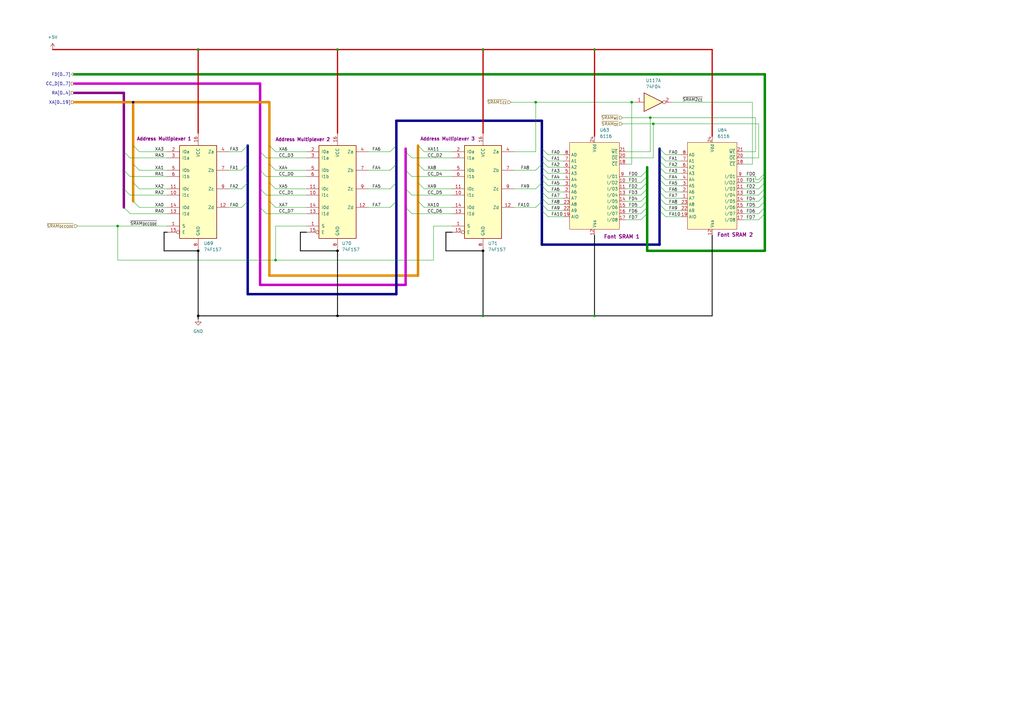
<source format=kicad_sch>
(kicad_sch (version 20250114) (generator "eeschema") (generator_version "9.0")
  (paper "A3")
  (lib_symbols
    (symbol "6116_1"
      (property "Reference" "U" (at 0 0 90))
      (property "Value" "HM6116P-3" (at 0 0 0))
      (symbol "6116_1_0_1"
        (rectangle (start -10.16 17.78) (end 10.16 -17.78) (fill (type background)))
      )
      (symbol "6116_1_1_1"
        (pin input line (at -12.7 12.7 0) (length 2.54) (name "A0") (number "8"))
        (pin input line (at -12.7 10.16 0) (length 2.54) (name "A1") (number "7"))
        (pin input line (at -12.7 7.62 0) (length 2.54) (name "A2") (number "6"))
        (pin input line (at -12.7 5.08 0) (length 2.54) (name "A3") (number "5"))
        (pin input line (at -12.7 2.54 0) (length 2.54) (name "A4") (number "4"))
        (pin input line (at -12.7 0 0) (length 2.54) (name "A5") (number "3"))
        (pin input line (at -12.7 -2.54 0) (length 2.54) (name "A6") (number "2"))
        (pin input line (at -12.7 -5.08 0) (length 2.54) (name "A7") (number "1"))
        (pin input line (at -12.7 -7.62 0) (length 2.54) (name "A8") (number "23"))
        (pin input line (at -12.7 -10.16 0) (length 2.54) (name "A9") (number "22"))
        (pin input line (at -12.7 -12.7 0) (length 2.54) (name "AIO") (number "19"))
        (pin power_in line (at 0 20.32 270) (length 2.54) (name "Vdd") (number "24"))
        (pin power_in line (at 0 -20.32 90) (length 2.54) (name "Vss") (number "12"))
        (pin input line (at 12.7 13.97 180) (length 2.54) (name "~{WE}") (number "21"))
        (pin input line (at 12.7 11.43 180) (length 2.54) (name "~{OE}") (number "20"))
        (pin input line (at 12.7 8.89 180) (length 2.54) (name "~{CE}") (number "18"))
        (pin bidirectional line (at 12.7 3.81 180) (length 2.54) (name "I/01") (number "9"))
        (pin bidirectional line (at 12.7 1.27 180) (length 2.54) (name "I/O2") (number "10"))
        (pin bidirectional line (at 12.7 -1.27 180) (length 2.54) (name "I/03") (number "11"))
        (pin bidirectional line (at 12.7 -3.81 180) (length 2.54) (name "I/04") (number "13"))
        (pin bidirectional line (at 12.7 -6.35 180) (length 2.54) (name "I/05") (number "14"))
        (pin bidirectional line (at 12.7 -8.89 180) (length 2.54) (name "I/06") (number "15"))
        (pin bidirectional line (at 12.7 -11.43 180) (length 2.54) (name "I/07") (number "16"))
        (pin bidirectional line (at 12.7 -13.97 180) (length 2.54) (name "I/08") (number "17"))
      )
    )
    (symbol "74xx:74LS04"
      (property "Reference" "U" (at 0 1.27 0))
      (property "Value" "74LS04" (at 0 -1.27 0))
      (symbol "74LS04_1_0"
        (polyline (pts (xy -3.81 3.81) (xy -3.81 -3.81) (xy 3.81 0) (xy -3.81 3.81)) (stroke (width 0.254)) (fill (type background)))
        (pin input line (at -7.62 0 0) (length 3.81) (name "~") (number "1"))
        (pin output inverted (at 7.62 0 180) (length 3.81) (name "~") (number "2"))
      )
      (symbol "74LS04_2_0"
        (polyline (pts (xy -3.81 3.81) (xy -3.81 -3.81) (xy 3.81 0) (xy -3.81 3.81)) (stroke (width 0.254)) (fill (type background)))
        (pin input line (at -7.62 0 0) (length 3.81) (name "~") (number "3"))
        (pin output inverted (at 7.62 0 180) (length 3.81) (name "~") (number "4"))
      )
      (symbol "74LS04_3_0"
        (polyline (pts (xy -3.81 3.81) (xy -3.81 -3.81) (xy 3.81 0) (xy -3.81 3.81)) (stroke (width 0.254)) (fill (type background)))
        (pin input line (at -7.62 0 0) (length 3.81) (name "~") (number "5"))
        (pin output inverted (at 7.62 0 180) (length 3.81) (name "~") (number "6"))
      )
      (symbol "74LS04_4_0"
        (polyline (pts (xy -3.81 3.81) (xy -3.81 -3.81) (xy 3.81 0) (xy -3.81 3.81)) (stroke (width 0.254)) (fill (type background)))
        (pin input line (at -7.62 0 0) (length 3.81) (name "~") (number "9"))
        (pin output inverted (at 7.62 0 180) (length 3.81) (name "~") (number "8"))
      )
      (symbol "74LS04_5_0"
        (polyline (pts (xy -3.81 3.81) (xy -3.81 -3.81) (xy 3.81 0) (xy -3.81 3.81)) (stroke (width 0.254)) (fill (type background)))
        (pin input line (at -7.62 0 0) (length 3.81) (name "~") (number "11"))
        (pin output inverted (at 7.62 0 180) (length 3.81) (name "~") (number "10"))
      )
      (symbol "74LS04_6_0"
        (polyline (pts (xy -3.81 3.81) (xy -3.81 -3.81) (xy 3.81 0) (xy -3.81 3.81)) (stroke (width 0.254)) (fill (type background)))
        (pin input line (at -7.62 0 0) (length 3.81) (name "~") (number "13"))
        (pin output inverted (at 7.62 0 180) (length 3.81) (name "~") (number "12"))
      )
      (symbol "74LS04_7_0"
        (pin power_in line (at 0 12.7 270) (length 5.08) (name "VCC") (number "14"))
        (pin power_in line (at 0 -12.7 90) (length 5.08) (name "GND") (number "7"))
      )
      (symbol "74LS04_7_1"
        (rectangle (start -5.08 7.62) (end 5.08 -7.62) (stroke (width 0.254)) (fill (type background)))
      )
    )
    (symbol "74xx:74LS157" (pin_names (offset 1.016))
      (property "Reference" "U" (at -7.62 19.05 0))
      (property "Value" "74LS157" (at -7.62 -21.59 0))
      (symbol "74LS157_1_0"
        (pin input line (at -12.7 15.24 0) (length 5.08) (name "I0a") (number "2"))
        (pin input line (at -12.7 12.7 0) (length 5.08) (name "I1a") (number "3"))
        (pin input line (at -12.7 7.62 0) (length 5.08) (name "I0b") (number "5"))
        (pin input line (at -12.7 5.08 0) (length 5.08) (name "I1b") (number "6"))
        (pin input line (at -12.7 0 0) (length 5.08) (name "I0c") (number "11"))
        (pin input line (at -12.7 -2.54 0) (length 5.08) (name "I1c") (number "10"))
        (pin input line (at -12.7 -7.62 0) (length 5.08) (name "I0d") (number "14"))
        (pin input line (at -12.7 -10.16 0) (length 5.08) (name "I1d") (number "13"))
        (pin input line (at -12.7 -15.24 0) (length 5.08) (name "S") (number "1"))
        (pin input inverted (at -12.7 -17.78 0) (length 5.08) (name "E") (number "15"))
        (pin power_in line (at 0 22.86 270) (length 5.08) (name "VCC") (number "16"))
        (pin power_in line (at 0 -25.4 90) (length 5.08) (name "GND") (number "8"))
        (pin output line (at 12.7 15.24 180) (length 5.08) (name "Za") (number "4"))
        (pin output line (at 12.7 7.62 180) (length 5.08) (name "Zb") (number "7"))
        (pin output line (at 12.7 0 180) (length 5.08) (name "Zc") (number "9"))
        (pin output line (at 12.7 -7.62 180) (length 5.08) (name "Zd") (number "12"))
      )
      (symbol "74LS157_1_1"
        (rectangle (start -7.62 17.78) (end 7.62 -20.32) (stroke (width 0.254)) (fill (type background)))
      )
    )
    (symbol "power:+5V" (power) (pin_numbers (hide yes)) (pin_names (offset 0) (hide yes))
      (property "Value" "+5V" (at 0 3.556 0))
      (symbol "+5V_0_1"
        (polyline (pts (xy -0.762 1.27) (xy 0 2.54)))
        (polyline (pts (xy 0 2.54) (xy 0.762 1.27)))
        (polyline (pts (xy 0 0) (xy 0 2.54)))
      )
      (symbol "+5V_1_1"
        (pin power_in line (at 0 0 90) (length 0) (name "~") (number "1"))
      )
    )
    (symbol "power:GND" (power) (pin_numbers (hide yes)) (pin_names (offset 0) (hide yes))
      (property "Value" "GND" (at 0 -3.81 0))
      (symbol "GND_0_1"
        (polyline (pts (xy 0 0) (xy 0 -1.27) (xy 1.27 -1.27) (xy 0 -2.54) (xy -1.27 -1.27) (xy 0 -1.27)))
      )
      (symbol "GND_1_1"
        (pin power_in line (at 0 0 270) (length 0) (name "~") (number "1"))
      )
    )
    (symbol "seequa:6116"
      (property "Reference" "U" (at 0 0 90))
      (property "Value" "HM6116P-3" (at 0 0 0))
      (symbol "6116_0_1"
        (rectangle (start -10.16 17.78) (end 10.16 -17.78) (fill (type background)))
      )
      (symbol "6116_1_1"
        (pin input line (at -12.7 12.7 0) (length 2.54) (name "A0") (number "8"))
        (pin input line (at -12.7 10.16 0) (length 2.54) (name "A1") (number "7"))
        (pin input line (at -12.7 7.62 0) (length 2.54) (name "A2") (number "6"))
        (pin input line (at -12.7 5.08 0) (length 2.54) (name "A3") (number "5"))
        (pin input line (at -12.7 2.54 0) (length 2.54) (name "A4") (number "4"))
        (pin input line (at -12.7 0 0) (length 2.54) (name "A5") (number "3"))
        (pin input line (at -12.7 -2.54 0) (length 2.54) (name "A6") (number "2"))
        (pin input line (at -12.7 -5.08 0) (length 2.54) (name "A7") (number "1"))
        (pin input line (at -12.7 -7.62 0) (length 2.54) (name "A8") (number "23"))
        (pin input line (at -12.7 -10.16 0) (length 2.54) (name "A9") (number "22"))
        (pin input line (at -12.7 -12.7 0) (length 2.54) (name "AIO") (number "19"))
        (pin power_in line (at 0 20.32 270) (length 2.54) (name "Vdd") (number "24"))
        (pin power_in line (at 0 -20.32 90) (length 2.54) (name "Vss") (number "12"))
        (pin input line (at 12.7 13.97 180) (length 2.54) (name "~{WE}") (number "21"))
        (pin input line (at 12.7 11.43 180) (length 2.54) (name "~{OE}") (number "20"))
        (pin input line (at 12.7 8.89 180) (length 2.54) (name "~{CE}") (number "18"))
        (pin bidirectional line (at 12.7 3.81 180) (length 2.54) (name "I/01") (number "9"))
        (pin bidirectional line (at 12.7 1.27 180) (length 2.54) (name "I/O2") (number "10"))
        (pin bidirectional line (at 12.7 -1.27 180) (length 2.54) (name "I/03") (number "11"))
        (pin bidirectional line (at 12.7 -3.81 180) (length 2.54) (name "I/04") (number "13"))
        (pin bidirectional line (at 12.7 -6.35 180) (length 2.54) (name "I/05") (number "14"))
        (pin bidirectional line (at 12.7 -8.89 180) (length 2.54) (name "I/06") (number "15"))
        (pin bidirectional line (at 12.7 -11.43 180) (length 2.54) (name "I/07") (number "16"))
        (pin bidirectional line (at 12.7 -13.97 180) (length 2.54) (name "I/08") (number "17"))
      )
    )
  )
  (junction (at 259.08 41.91))
  (junction (at 198.12 102.87) (color 0 0 0 1))
  (junction (at 81.28 129.54) (color 0 0 0 1))
  (junction (at 138.43 102.87) (color 0 0 0 1))
  (junction (at 81.28 20.32))
  (junction (at 198.12 129.54))
  (junction (at 267.97 50.8))
  (junction (at 138.43 129.54) (color 0 0 0 1))
  (junction (at 219.71 41.91))
  (junction (at 266.7 48.26))
  (junction (at 54.61 41.91))
  (junction (at 198.12 20.32))
  (junction (at 113.03 106.68))
  (junction (at 81.28 102.87) (color 0 0 0 1))
  (junction (at 48.26 92.71))
  (junction (at 243.84 20.32))
  (junction (at 138.43 20.32))
  (junction (at 243.84 129.54))
  (bus_entry (at 265.43 69.85) (size -2.54 2.54))
  (bus_entry (at 160.02 77.47) (size 2.54 -2.54))
  (bus_entry (at 110.49 74.93) (size 2.54 2.54))
  (bus_entry (at 54.61 74.93) (size 2.54 2.54))
  (bus_entry (at 160.02 62.23) (size 2.54 -2.54))
  (bus_entry (at 222.25 68.58) (size 2.54 2.54))
  (bus_entry (at 171.45 59.69) (size 2.54 2.54))
  (bus_entry (at 106.68 62.23) (size 2.54 2.54))
  (bus_entry (at 110.49 67.31) (size 2.54 2.54))
  (bus_entry (at 171.45 74.93) (size 2.54 2.54))
  (bus_entry (at 270.51 66.04) (size 2.54 2.54))
  (bus_entry (at 265.43 80.01) (size -2.54 2.54))
  (bus_entry (at 270.51 60.96) (size 2.54 2.54))
  (bus_entry (at 265.43 87.63) (size -2.54 2.54))
  (bus_entry (at 106.68 69.85) (size 2.54 2.54))
  (bus_entry (at 171.45 82.55) (size 2.54 2.54))
  (bus_entry (at 265.43 85.09) (size -2.54 2.54))
  (bus_entry (at 50.8 77.47) (size 2.54 2.54))
  (bus_entry (at 166.37 69.85) (size 2.54 2.54))
  (bus_entry (at 313.69 71.12) (size -2.54 2.54))
  (bus_entry (at 270.51 86.36) (size 2.54 2.54))
  (bus_entry (at 265.43 72.39) (size -2.54 2.54))
  (bus_entry (at 54.61 59.69) (size 2.54 2.54))
  (bus_entry (at 219.71 69.85) (size 2.54 -2.54))
  (bus_entry (at 265.43 82.55) (size -2.54 2.54))
  (bus_entry (at 101.6 74.93) (size -2.54 2.54))
  (bus_entry (at 313.69 85.09) (size -2.54 2.54))
  (bus_entry (at 270.51 73.66) (size 2.54 2.54))
  (bus_entry (at 313.69 72.39) (size -2.54 2.54))
  (bus_entry (at 313.69 77.47) (size -2.54 2.54))
  (bus_entry (at 270.51 71.12) (size 2.54 2.54))
  (bus_entry (at 222.25 66.04) (size 2.54 2.54))
  (bus_entry (at 166.37 77.47) (size 2.54 2.54))
  (bus_entry (at 270.51 81.28) (size 2.54 2.54))
  (bus_entry (at 50.8 69.85) (size 2.54 2.54))
  (bus_entry (at 313.69 74.93) (size -2.54 2.54))
  (bus_entry (at 222.25 73.66) (size 2.54 2.54))
  (bus_entry (at 222.25 86.36) (size 2.54 2.54))
  (bus_entry (at 313.69 80.01) (size -2.54 2.54))
  (bus_entry (at 270.51 76.2) (size 2.54 2.54))
  (bus_entry (at 222.25 76.2) (size 2.54 2.54))
  (bus_entry (at 101.6 82.55) (size -2.54 2.54))
  (bus_entry (at 222.25 81.28) (size 2.54 2.54))
  (bus_entry (at 219.71 77.47) (size 2.54 -2.54))
  (bus_entry (at 270.51 68.58) (size 2.54 2.54))
  (bus_entry (at 222.25 71.12) (size 2.54 2.54))
  (bus_entry (at 106.68 85.09) (size 2.54 2.54))
  (bus_entry (at 313.69 87.63) (size -2.54 2.54))
  (bus_entry (at 166.37 62.23) (size 2.54 2.54))
  (bus_entry (at 160.02 85.09) (size 2.54 -2.54))
  (bus_entry (at 50.8 85.09) (size 2.54 2.54))
  (bus_entry (at 171.45 67.31) (size 2.54 2.54))
  (bus_entry (at 54.61 82.55) (size 2.54 2.54))
  (bus_entry (at 219.71 85.09) (size 2.54 -2.54))
  (bus_entry (at 160.02 69.85) (size 2.54 -2.54))
  (bus_entry (at 265.43 77.47) (size -2.54 2.54))
  (bus_entry (at 265.43 74.93) (size -2.54 2.54))
  (bus_entry (at 270.51 63.5) (size 2.54 2.54))
  (bus_entry (at 54.61 67.31) (size 2.54 2.54))
  (bus_entry (at 313.69 82.55) (size -2.54 2.54))
  (bus_entry (at 222.25 60.96) (size 2.54 2.54))
  (bus_entry (at 110.49 82.55) (size 2.54 2.54))
  (bus_entry (at 50.8 62.23) (size 2.54 2.54))
  (bus_entry (at 101.6 59.69) (size -2.54 2.54))
  (bus_entry (at 270.51 83.82) (size 2.54 2.54))
  (bus_entry (at 166.37 85.09) (size 2.54 2.54))
  (bus_entry (at 222.25 83.82) (size 2.54 2.54))
  (bus_entry (at 222.25 78.74) (size 2.54 2.54))
  (bus_entry (at 110.49 59.69) (size 2.54 2.54))
  (bus_entry (at 106.68 77.47) (size 2.54 2.54))
  (bus_entry (at 270.51 78.74) (size 2.54 2.54))
  (bus_entry (at 101.6 67.31) (size -2.54 2.54))
  (bus_entry (at 222.25 63.5) (size 2.54 2.54))
  (bus (pts (xy 265.43 82.55) (xy 265.43 80.01)) (stroke (width 1) (color 0 132 0 1)))
  (bus (pts (xy 222.25 71.12) (xy 222.25 73.66)) (stroke (width 1)))
  (wire (pts (xy 198.12 20.32) (xy 198.12 54.61)) (stroke (width 0.5) (color 194 0 0 1)))
  (wire (pts (xy 151.13 62.23) (xy 160.02 62.23)))
  (wire (pts (xy 219.71 41.91) (xy 219.71 62.23)))
  (bus (pts (xy 222.25 100.33) (xy 270.51 100.33)) (stroke (width 1)))
  (bus (pts (xy 54.61 59.69) (xy 54.61 67.31)) (stroke (width 1) (color 221 133 0 1)))
  (wire (pts (xy 173.99 85.09) (xy 185.42 85.09)))
  (wire (pts (xy 198.12 20.32) (xy 243.84 20.32)) (stroke (width 0.5) (color 194 0 0 1)))
  (wire (pts (xy 308.61 41.91) (xy 308.61 67.31)))
  (wire (pts (xy 224.79 68.58) (xy 231.14 68.58)))
  (wire (pts (xy 53.34 64.77) (xy 68.58 64.77)))
  (wire (pts (xy 168.91 64.77) (xy 185.42 64.77)))
  (bus (pts (xy 313.69 82.55) (xy 313.69 80.01)) (stroke (width 1) (color 0 132 0 1)))
  (bus (pts (xy 54.61 41.91) (xy 110.49 41.91)) (stroke (width 1) (color 221 133 0 1)))
  (wire (pts (xy 273.05 68.58) (xy 279.4 68.58)))
  (wire (pts (xy 81.28 129.54) (xy 81.28 130.81)) (stroke (width 0.35) (color 0 0 0 1)))
  (bus (pts (xy 313.69 77.47) (xy 313.69 74.93)) (stroke (width 1) (color 0 132 0 1)))
  (wire (pts (xy 224.79 71.12) (xy 231.14 71.12)))
  (bus (pts (xy 270.51 86.36) (xy 270.51 100.33)) (stroke (width 1)))
  (wire (pts (xy 267.97 64.77) (xy 267.97 50.8)))
  (wire (pts (xy 224.79 78.74) (xy 231.14 78.74)))
  (wire (pts (xy 93.98 62.23) (xy 99.06 62.23)))
  (wire (pts (xy 224.79 83.82) (xy 231.14 83.82)))
  (wire (pts (xy 259.08 41.91) (xy 259.08 67.31)))
  (bus (pts (xy 270.51 83.82) (xy 270.51 86.36)) (stroke (width 1)))
  (bus (pts (xy 171.45 113.03) (xy 171.45 82.55)) (stroke (width 1) (color 221 133 0 1)))
  (wire (pts (xy 113.03 85.09) (xy 125.73 85.09)))
  (wire (pts (xy 173.99 62.23) (xy 185.42 62.23)))
  (wire (pts (xy 93.98 85.09) (xy 99.06 85.09)))
  (bus (pts (xy 222.25 81.28) (xy 222.25 82.55)) (stroke (width 1)))
  (bus (pts (xy 222.25 60.96) (xy 222.25 63.5)) (stroke (width 1)))
  (bus (pts (xy 166.37 85.09) (xy 166.37 116.84)) (stroke (width 1) (color 194 0 194 1)))
  (wire (pts (xy 256.54 67.31) (xy 259.08 67.31)))
  (wire (pts (xy 125.73 95.25) (xy 123.19 95.25)) (stroke (width 0.35) (color 0 0 0 1)))
  (bus (pts (xy 171.45 82.55) (xy 171.45 74.93)) (stroke (width 1) (color 221 133 0 1)))
  (bus (pts (xy 101.6 67.31) (xy 101.6 74.93)) (stroke (width 1)))
  (wire (pts (xy 304.8 90.17) (xy 311.15 90.17)))
  (wire (pts (xy 309.88 73.66) (xy 309.88 72.39)))
  (wire (pts (xy 224.79 88.9) (xy 231.14 88.9)))
  (wire (pts (xy 224.79 81.28) (xy 231.14 81.28)))
  (wire (pts (xy 273.05 63.5) (xy 279.4 63.5)))
  (wire (pts (xy 273.05 86.36) (xy 279.4 86.36)))
  (wire (pts (xy 168.91 72.39) (xy 185.42 72.39)))
  (wire (pts (xy 256.54 62.23) (xy 266.7 62.23)))
  (wire (pts (xy 273.05 81.28) (xy 279.4 81.28)))
  (bus (pts (xy 110.49 67.31) (xy 110.49 74.93)) (stroke (width 1) (color 221 133 0 1)))
  (bus (pts (xy 101.6 74.93) (xy 101.6 82.55)) (stroke (width 1)))
  (wire (pts (xy 255.27 50.8) (xy 267.97 50.8)))
  (wire (pts (xy 304.8 80.01) (xy 311.15 80.01)))
  (wire (pts (xy 113.03 92.71) (xy 125.73 92.71)))
  (bus (pts (xy 313.69 87.63) (xy 313.69 85.09)) (stroke (width 1) (color 0 132 0 1)))
  (wire (pts (xy 273.05 73.66) (xy 279.4 73.66)))
  (wire (pts (xy 309.88 48.26) (xy 309.88 62.23)))
  (wire (pts (xy 256.54 85.09) (xy 262.89 85.09)))
  (bus (pts (xy 265.43 80.01) (xy 265.43 77.47)) (stroke (width 1) (color 0 132 0 1)))
  (wire (pts (xy 266.7 62.23) (xy 266.7 48.26)))
  (wire (pts (xy 177.8 92.71) (xy 185.42 92.71)))
  (wire (pts (xy 256.54 72.39) (xy 262.89 72.39)))
  (bus (pts (xy 166.37 60.96) (xy 166.37 62.23)) (stroke (width 1) (color 194 0 194 1)))
  (wire (pts (xy 53.34 87.63) (xy 68.58 87.63)))
  (wire (pts (xy 243.84 129.54) (xy 292.1 129.54)) (stroke (width 0.35) (color 0 0 0 1)))
  (wire (pts (xy 123.19 95.25) (xy 123.19 102.87)) (stroke (width 0.35) (color 0 0 0 1)))
  (wire (pts (xy 151.13 69.85) (xy 160.02 69.85)))
  (wire (pts (xy 168.91 87.63) (xy 185.42 87.63)))
  (wire (pts (xy 273.05 66.04) (xy 279.4 66.04)))
  (wire (pts (xy 113.03 106.68) (xy 113.03 92.71)))
  (wire (pts (xy 81.28 102.87) (xy 81.28 129.54)) (stroke (width 0.35) (color 0 0 0 1)))
  (bus (pts (xy 270.51 63.5) (xy 270.51 66.04)) (stroke (width 1)))
  (wire (pts (xy 255.27 48.26) (xy 266.7 48.26)))
  (wire (pts (xy 224.79 86.36) (xy 231.14 86.36)))
  (wire (pts (xy 57.15 69.85) (xy 68.58 69.85)))
  (wire (pts (xy 304.8 87.63) (xy 311.15 87.63)))
  (wire (pts (xy 309.88 72.39) (xy 304.8 72.39)))
  (bus (pts (xy 270.51 73.66) (xy 270.51 76.2)) (stroke (width 1)))
  (bus (pts (xy 101.6 74.93) (xy 101.6 82.55)))
  (wire (pts (xy 81.28 129.54) (xy 138.43 129.54)) (stroke (width 0.35) (color 0 0 0 1)))
  (bus (pts (xy 265.43 102.87) (xy 313.69 102.87)) (stroke (width 1) (color 0 132 0 1)))
  (wire (pts (xy 243.84 20.32) (xy 243.84 55.88)) (stroke (width 0.5) (color 194 0 0 1)))
  (bus (pts (xy 265.43 87.63) (xy 265.43 102.87)) (stroke (width 1) (color 0 132 0 1)))
  (bus (pts (xy 106.68 85.09) (xy 106.68 116.84)) (stroke (width 1) (color 194 0 194 1)))
  (bus (pts (xy 162.56 49.53) (xy 222.25 49.53)) (stroke (width 1)))
  (bus (pts (xy 265.43 85.09) (xy 265.43 82.55)) (stroke (width 1) (color 0 132 0 1)))
  (wire (pts (xy 256.54 77.47) (xy 262.89 77.47)))
  (wire (pts (xy 273.05 88.9) (xy 279.4 88.9)))
  (bus (pts (xy 101.6 82.55) (xy 101.6 120.65)) (stroke (width 1)))
  (wire (pts (xy 53.34 72.39) (xy 68.58 72.39)))
  (wire (pts (xy 67.31 95.25) (xy 67.31 102.87)) (stroke (width 0.35) (color 0 0 0 1)))
  (wire (pts (xy 109.22 80.01) (xy 125.73 80.01)))
  (bus (pts (xy 270.51 68.58) (xy 270.51 71.12)) (stroke (width 1)))
  (wire (pts (xy 256.54 64.77) (xy 267.97 64.77)))
  (wire (pts (xy 304.8 82.55) (xy 311.15 82.55)))
  (bus (pts (xy 162.56 120.65) (xy 162.56 82.55)) (stroke (width 1)))
  (bus (pts (xy 101.6 67.31) (xy 101.6 74.93)))
  (wire (pts (xy 138.43 20.32) (xy 198.12 20.32)) (stroke (width 0.5) (color 194 0 0 1)))
  (wire (pts (xy 256.54 90.17) (xy 262.89 90.17)))
  (wire (pts (xy 151.13 77.47) (xy 160.02 77.47)))
  (wire (pts (xy 138.43 20.32) (xy 138.43 54.61)) (stroke (width 0.5) (color 194 0 0 1)))
  (wire (pts (xy 256.54 80.01) (xy 262.89 80.01)))
  (wire (pts (xy 256.54 74.93) (xy 262.89 74.93)))
  (wire (pts (xy 198.12 102.87) (xy 198.12 129.54)) (stroke (width 0.35) (color 0 0 0 1)))
  (bus (pts (xy 166.37 69.85) (xy 166.37 77.47)) (stroke (width 1) (color 194 0 194 1)))
  (bus (pts (xy 162.56 74.93) (xy 162.56 67.31)) (stroke (width 1)))
  (wire (pts (xy 48.26 92.71) (xy 48.26 106.68)))
  (bus (pts (xy 222.25 66.04) (xy 222.25 67.31)) (stroke (width 1)))
  (wire (pts (xy 273.05 78.74) (xy 279.4 78.74)))
  (wire (pts (xy 113.03 62.23) (xy 125.73 62.23)))
  (wire (pts (xy 182.88 95.25) (xy 182.88 102.87)) (stroke (width 0.35) (color 0 0 0 1)))
  (bus (pts (xy 313.69 72.39) (xy 313.69 71.12)) (stroke (width 1) (color 0 132 0 1)))
  (wire (pts (xy 273.05 71.12) (xy 279.4 71.12)))
  (wire (pts (xy 182.88 102.87) (xy 198.12 102.87)) (stroke (width 0.35) (color 0 0 0 1)))
  (bus (pts (xy 270.51 60.96) (xy 270.51 63.5)) (stroke (width 1)))
  (bus (pts (xy 222.25 73.66) (xy 222.25 74.93)) (stroke (width 1)))
  (bus (pts (xy 265.43 87.63) (xy 265.43 85.09)) (stroke (width 1) (color 0 132 0 1)))
  (wire (pts (xy 57.15 85.09) (xy 68.58 85.09)))
  (wire (pts (xy 224.79 76.2) (xy 231.14 76.2)))
  (bus (pts (xy 162.56 67.31) (xy 162.56 59.69)) (stroke (width 1)))
  (wire (pts (xy 210.82 77.47) (xy 219.71 77.47)))
  (wire (pts (xy 224.79 63.5) (xy 231.14 63.5)))
  (wire (pts (xy 210.82 69.85) (xy 219.71 69.85)))
  (bus (pts (xy 265.43 69.85) (xy 265.43 68.58)) (stroke (width 1) (color 0 132 0 1)))
  (bus (pts (xy 110.49 74.93) (xy 110.49 82.55)) (stroke (width 1) (color 221 133 0 1)))
  (bus (pts (xy 265.43 74.93) (xy 265.43 72.39)) (stroke (width 1) (color 0 132 0 1)))
  (wire (pts (xy 173.99 77.47) (xy 185.42 77.47)))
  (bus (pts (xy 106.68 62.23) (xy 106.68 69.85)) (stroke (width 1) (color 194 0 194 1)))
  (bus (pts (xy 313.69 82.55) (xy 313.69 85.09)) (stroke (width 1) (color 0 132 0 1)))
  (wire (pts (xy 138.43 102.87) (xy 138.43 129.54)) (stroke (width 0.35) (color 0 0 0 1)))
  (wire (pts (xy 21.59 20.32) (xy 81.28 20.32)) (stroke (width 0.5) (color 194 0 0 1)))
  (wire (pts (xy 109.22 87.63) (xy 125.73 87.63)))
  (bus (pts (xy 222.25 68.58) (xy 222.25 71.12)) (stroke (width 1)))
  (bus (pts (xy 162.56 82.55) (xy 162.56 74.93)) (stroke (width 1)))
  (bus (pts (xy 106.68 77.47) (xy 106.68 85.09)) (stroke (width 1) (color 194 0 194 1)))
  (wire (pts (xy 138.43 129.54) (xy 198.12 129.54)) (stroke (width 0.35) (color 0 0 0 1)))
  (bus (pts (xy 101.6 59.69) (xy 101.6 67.31)) (stroke (width 1)))
  (bus (pts (xy 270.51 71.12) (xy 270.51 73.66)) (stroke (width 1)))
  (wire (pts (xy 273.05 83.82) (xy 279.4 83.82)))
  (bus (pts (xy 50.8 77.47) (xy 50.8 85.09)) (stroke (width 1) (color 132 0 132 1)))
  (bus (pts (xy 171.45 59.69) (xy 171.45 67.31)) (stroke (width 1) (color 221 133 0 1)))
  (wire (pts (xy 224.79 73.66) (xy 231.14 73.66)))
  (bus (pts (xy 106.68 116.84) (xy 166.37 116.84)) (stroke (width 1) (color 194 0 194 1)))
  (bus (pts (xy 222.25 86.36) (xy 222.25 100.33)) (stroke (width 1)))
  (bus (pts (xy 106.68 69.85) (xy 106.68 77.47)) (stroke (width 1) (color 194 0 194 1)))
  (wire (pts (xy 210.82 85.09) (xy 219.71 85.09)))
  (wire (pts (xy 48.26 92.71) (xy 68.58 92.71)))
  (wire (pts (xy 210.82 62.23) (xy 219.71 62.23)))
  (bus (pts (xy 313.69 74.93) (xy 313.69 72.39)) (stroke (width 1) (color 0 132 0 1)))
  (bus (pts (xy 222.25 67.31) (xy 222.25 68.58)) (stroke (width 1)))
  (wire (pts (xy 53.34 80.01) (xy 68.58 80.01)))
  (bus (pts (xy 110.49 113.03) (xy 171.45 113.03)) (stroke (width 1) (color 221 133 0 1)))
  (bus (pts (xy 50.8 69.85) (xy 50.8 77.47)) (stroke (width 1) (color 132 0 132 1)))
  (wire (pts (xy 185.42 95.25) (xy 182.88 95.25)) (stroke (width 0.35) (color 0 0 0 1)))
  (bus (pts (xy 222.25 83.82) (xy 222.25 86.36)) (stroke (width 1)))
  (wire (pts (xy 311.15 64.77) (xy 304.8 64.77)))
  (wire (pts (xy 81.28 20.32) (xy 81.28 54.61)) (stroke (width 0.5) (color 194 0 0 1)))
  (wire (pts (xy 259.08 41.91) (xy 260.35 41.91)))
  (wire (pts (xy 93.98 69.85) (xy 99.06 69.85)))
  (bus (pts (xy 265.43 77.47) (xy 265.43 74.93)) (stroke (width 1) (color 0 132 0 1)))
  (bus (pts (xy 110.49 59.69) (xy 110.49 67.31)) (stroke (width 1) (color 221 133 0 1)))
  (wire (pts (xy 266.7 48.26) (xy 309.88 48.26)))
  (wire (pts (xy 113.03 69.85) (xy 125.73 69.85)))
  (wire (pts (xy 292.1 20.32) (xy 292.1 55.88)) (stroke (width 0.5) (color 194 0 0 1)))
  (bus (pts (xy 270.51 78.74) (xy 270.51 81.28)) (stroke (width 1)))
  (bus (pts (xy 54.61 74.93) (xy 54.61 82.55)) (stroke (width 1) (color 221 133 0 1)))
  (wire (pts (xy 198.12 129.54) (xy 243.84 129.54)) (stroke (width 0.35) (color 0 0 0 1)))
  (bus (pts (xy 30.48 34.29) (xy 106.68 34.29)) (stroke (width 1) (color 194 0 194 1)))
  (wire (pts (xy 109.22 64.77) (xy 125.73 64.77)))
  (wire (pts (xy 123.19 102.87) (xy 138.43 102.87)) (stroke (width 0.35) (color 0 0 0 1)))
  (bus (pts (xy 30.48 30.48) (xy 313.69 30.48)) (stroke (width 1) (color 0 132 0 1)))
  (wire (pts (xy 219.71 41.91) (xy 259.08 41.91)))
  (bus (pts (xy 106.68 34.29) (xy 106.68 62.23)) (stroke (width 1) (color 194 0 194 1)))
  (bus (pts (xy 222.25 74.93) (xy 222.25 76.2)) (stroke (width 1)))
  (wire (pts (xy 57.15 77.47) (xy 68.58 77.47)))
  (wire (pts (xy 113.03 106.68) (xy 177.8 106.68)))
  (wire (pts (xy 309.88 73.66) (xy 311.15 73.66)))
  (bus (pts (xy 162.56 59.69) (xy 162.56 49.53)) (stroke (width 1)))
  (wire (pts (xy 267.97 50.8) (xy 311.15 50.8)))
  (wire (pts (xy 93.98 77.47) (xy 99.06 77.47)))
  (wire (pts (xy 243.84 20.32) (xy 292.1 20.32)) (stroke (width 0.5) (color 194 0 0 1)))
  (bus (pts (xy 313.69 80.01) (xy 313.69 77.47)) (stroke (width 1) (color 0 132 0 1)))
  (wire (pts (xy 81.28 20.32) (xy 138.43 20.32)) (stroke (width 0.5) (color 194 0 0 1)))
  (bus (pts (xy 222.25 49.53) (xy 222.25 60.96)) (stroke (width 1)))
  (wire (pts (xy 256.54 82.55) (xy 262.89 82.55)))
  (bus (pts (xy 110.49 41.91) (xy 110.49 59.69)) (stroke (width 1) (color 221 133 0 1)))
  (wire (pts (xy 67.31 102.87) (xy 81.28 102.87)) (stroke (width 0.35) (color 0 0 0 1)))
  (bus (pts (xy 30.48 41.91) (xy 54.61 41.91)) (stroke (width 1) (color 221 133 0 1)))
  (wire (pts (xy 304.8 77.47) (xy 311.15 77.47)))
  (wire (pts (xy 311.15 50.8) (xy 311.15 64.77)))
  (bus (pts (xy 313.69 102.87) (xy 313.69 87.63)) (stroke (width 1) (color 0 132 0 1)))
  (wire (pts (xy 168.91 80.01) (xy 185.42 80.01)))
  (bus (pts (xy 270.51 81.28) (xy 270.51 83.82)) (stroke (width 1)))
  (wire (pts (xy 308.61 67.31) (xy 304.8 67.31)))
  (bus (pts (xy 101.6 120.65) (xy 162.56 120.65)) (stroke (width 1)))
  (wire (pts (xy 309.88 62.23) (xy 304.8 62.23)))
  (bus (pts (xy 101.6 59.69) (xy 101.6 67.31)))
  (wire (pts (xy 113.03 77.47) (xy 125.73 77.47)))
  (wire (pts (xy 292.1 129.54) (xy 292.1 96.52)) (stroke (width 0.35) (color 0 0 0 1)))
  (bus (pts (xy 54.61 67.31) (xy 54.61 74.93)) (stroke (width 1) (color 221 133 0 1)))
  (bus (pts (xy 110.49 82.55) (xy 110.49 113.03)) (stroke (width 1) (color 221 133 0 1)))
  (wire (pts (xy 31.75 92.71) (xy 48.26 92.71)))
  (bus (pts (xy 166.37 77.47) (xy 166.37 85.09)) (stroke (width 1) (color 194 0 194 1)))
  (bus (pts (xy 222.25 82.55) (xy 222.25 83.82)) (stroke (width 1)))
  (bus (pts (xy 166.37 62.23) (xy 166.37 69.85)) (stroke (width 1) (color 194 0 194 1)))
  (bus (pts (xy 54.61 41.91) (xy 54.61 59.69)) (stroke (width 1) (color 221 133 0 1)))
  (bus (pts (xy 30.48 38.1) (xy 50.8 38.1)) (stroke (width 1) (color 132 0 132 1)))
  (wire (pts (xy 177.8 106.68) (xy 177.8 92.71)))
  (wire (pts (xy 173.99 69.85) (xy 185.42 69.85)))
  (wire (pts (xy 209.55 41.91) (xy 219.71 41.91)))
  (bus (pts (xy 222.25 76.2) (xy 222.25 78.74)) (stroke (width 1)))
  (wire (pts (xy 273.05 76.2) (xy 279.4 76.2)))
  (wire (pts (xy 304.8 85.09) (xy 311.15 85.09)))
  (bus (pts (xy 270.51 76.2) (xy 270.51 78.74)) (stroke (width 1)))
  (bus (pts (xy 270.51 66.04) (xy 270.51 68.58)) (stroke (width 1)))
  (wire (pts (xy 304.8 74.93) (xy 311.15 74.93)))
  (bus (pts (xy 265.43 72.39) (xy 265.43 69.85)) (stroke (width 1) (color 0 132 0 1)))
  (bus (pts (xy 222.25 78.74) (xy 222.25 81.28)) (stroke (width 1)))
  (bus (pts (xy 313.69 30.48) (xy 313.69 71.12)) (stroke (width 1) (color 0 132 0 1)))
  (bus (pts (xy 50.8 62.23) (xy 50.8 69.85)) (stroke (width 1) (color 132 0 132 1)))
  (wire (pts (xy 48.26 106.68) (xy 113.03 106.68)))
  (wire (pts (xy 256.54 87.63) (xy 262.89 87.63)))
  (wire (pts (xy 151.13 85.09) (xy 160.02 85.09)))
  (wire (pts (xy 109.22 72.39) (xy 125.73 72.39)))
  (wire (pts (xy 275.59 41.91) (xy 308.61 41.91)))
  (bus (pts (xy 50.8 38.1) (xy 50.8 62.23)) (stroke (width 1) (color 132 0 132 1)))
  (bus (pts (xy 222.25 63.5) (xy 222.25 66.04)) (stroke (width 1)))
  (bus (pts (xy 171.45 74.93) (xy 171.45 67.31)) (stroke (width 1) (color 221 133 0 1)))
  (wire (pts (xy 243.84 129.54) (xy 243.84 96.52)) (stroke (width 0.35) (color 0 0 0 1)))
  (wire (pts (xy 224.79 66.04) (xy 231.14 66.04)))
  (wire (pts (xy 57.15 62.23) (xy 68.58 62.23)))
  (wire (pts (xy 67.31 95.25) (xy 68.58 95.25)) (stroke (width 0.35) (color 0 0 0 1)))
  (label "CC_D5" (at 175.26 80.01 0))
  (label "CC_D0" (at 114.3 72.39 0))
  (label "FD6" (at 257.81 87.63 0))
  (label "~{SRAM2_{CE}}" (at 288.29 41.91 180))
  (label "CC_D1" (at 114.3 80.01 0))
  (label "FA10" (at 217.17 85.09 180))
  (label "XA9" (at 175.26 77.47 0))
  (label "XA5" (at 114.3 77.47 0))
  (label "FA2" (at 97.79 77.47 180))
  (label "FD7" (at 257.81 90.17 0))
  (label "RA2" (at 63.5 80.01 0))
  (label "RA1" (at 63.5 72.39 0))
  (label "RA0" (at 63.5 87.63 0))
  (label "CC_D7" (at 114.3 87.63 0))
  (label "XA3" (at 63.5 62.23 0))
  (label "XA2" (at 63.5 77.47 0))
  (label "CC_D6" (at 175.26 87.63 0))
  (label "FA9" (at 217.17 77.47 180))
  (label "XA4" (at 114.3 69.85 0))
  (label "FD4" (at 257.81 82.55 0))
  (label "FA9" (at 274.32 86.36 0))
  (label "FA10" (at 226.06 88.9 0))
  (label "FA6" (at 274.32 78.74 0))
  (label "FA8" (at 217.17 69.85 180))
  (label "FD0" (at 306.07 72.39 0))
  (label "~{SRAM_{DECODE}}" (at 53.34 92.71 0))
  (label "FA9" (at 226.06 86.36 0))
  (label "FA3" (at 274.32 71.12 0))
  (label "FD1" (at 306.07 74.93 0))
  (label "FD6" (at 306.07 87.63 0))
  (label "FA5" (at 274.32 76.2 0))
  (label "FA7" (at 226.06 81.28 0))
  (label "FA8" (at 226.06 83.82 0))
  (label "FA1" (at 226.06 66.04 0))
  (label "FA7" (at 274.32 81.28 0))
  (label "XA8" (at 175.26 69.85 0))
  (label "FD4" (at 306.07 82.55 0))
  (label "XA1" (at 63.5 69.85 0))
  (label "CC_D3" (at 114.3 64.77 0))
  (label "XA6" (at 114.3 62.23 0))
  (label "FD1" (at 257.81 74.93 0))
  (label "FA0" (at 226.06 63.5 0))
  (label "FA2" (at 226.06 68.58 0))
  (label "FA0" (at 274.32 63.5 0))
  (label "FD2" (at 257.81 77.47 0))
  (label "FA8" (at 274.32 83.82 0))
  (label "FA3" (at 97.79 62.23 180))
  (label "FA4" (at 274.32 73.66 0))
  (label "FA5" (at 156.21 77.47 180))
  (label "FA0" (at 97.79 85.09 180))
  (label "FA6" (at 156.21 62.23 180))
  (label "FD2" (at 306.07 77.47 0))
  (label "XA0" (at 63.5 85.09 0))
  (label "FA2" (at 274.32 68.58 0))
  (label "XA11" (at 175.26 62.23 0))
  (label "FA1" (at 97.79 69.85 180))
  (label "FA4" (at 226.06 73.66 0))
  (label "FD3" (at 257.81 80.01 0))
  (label "XA7" (at 114.3 85.09 0))
  (label "XA10" (at 175.26 85.09 0))
  (label "FA6" (at 226.06 78.74 0))
  (label "FA10" (at 274.32 88.9 0))
  (label "FD5" (at 306.07 85.09 0))
  (label "FD5" (at 257.81 85.09 0))
  (label "FA3" (at 226.06 71.12 0))
  (label "FD7" (at 306.07 90.17 0))
  (label "RA3" (at 67.31 64.77 180))
  (label "FA5" (at 226.06 76.2 0))
  (label "FA1" (at 274.32 66.04 0))
  (label "FD0" (at 257.81 72.39 0))
  (label "FA7" (at 156.21 85.09 180))
  (label "FD3" (at 306.07 80.01 0))
  (label "CC_D4" (at 175.26 72.39 0))
  (label "CC_D2" (at 175.26 64.77 0))
  (label "FA4" (at 156.21 69.85 180))
  (hierarchical_label "FD[0..7]" (shape bidirectional) (at 30.48 30.48 180))
  (hierarchical_label "RA[0..4]" (shape input) (at 30.48 38.1 180))
  (hierarchical_label "~{SRAM1_{CE}}" (shape input) (at 209.55 41.91 180))
  (hierarchical_label "~{SRAM_{OE}}" (shape input) (at 255.27 50.8 180))
  (hierarchical_label "~{SRAM_{WE}}" (shape input) (at 255.27 48.26 180))
  (hierarchical_label "~{SRAM_{DECODE}}" (shape input) (at 31.75 92.71 180))
  (hierarchical_label "XA[0..19]" (shape input) (at 30.48 41.91 180))
  (hierarchical_label "CC_D[0..7]" (shape input) (at 30.48 34.29 180))
  (symbol (lib_id "74xx:74LS157") (at 198.12 77.47 0) (unit 1)
    (property "Reference" "U71" (at 200.152 99.822 0) (effects (justify left)))
    (property "Value" "74F157" (at 200.152 102.362 0) (effects (justify left)))
    (property "Footprint" "Package_DIP:DIP-16_W7.62mm" (effects (hide yes)))
    (property "Datasheet" "http://www.ti.com/lit/gpn/sn74LS157" (effects (hide yes)))
    (property "Description" "Quad 2 to 1 line Multiplexer" (effects (hide yes)))
    (property "seq_silkscreen" "F157" (effects (hide yes)))
    (property "seq_notes" "Address Multiplexer 3" (at 172.212 56.896 0) (effects (font (size 1.35 1.35) (thickness 0.27) (bold yes)) (justify left)))
  )
  (symbol (lib_id "74xx:74LS157") (at 138.43 77.47 0) (unit 1)
    (property "Reference" "U70" (at 140.208 99.822 0) (effects (justify left)))
    (property "Value" "74F157" (at 140.208 102.362 0) (effects (justify left)))
    (property "Footprint" "Package_DIP:DIP-16_W7.62mm" (effects (hide yes)))
    (property "Datasheet" "http://www.ti.com/lit/gpn/sn74LS157" (effects (hide yes)))
    (property "Description" "Quad 2 to 1 line Multiplexer" (effects (hide yes)))
    (property "seq_silkscreen" "F157" (effects (hide yes)))
    (property "seq_notes" "Address Multiplexer 2" (at 112.776 57.15 0) (effects (font (size 1.35 1.35) (thickness 0.3) (bold yes)) (justify left)))
  )
  (symbol (lib_id "74xx:74LS157") (at 81.28 77.47 0) (unit 1)
    (property "Reference" "U69" (at 83.566 99.822 0) (effects (justify left)))
    (property "Value" "74F157" (at 83.566 102.362 0) (effects (justify left)))
    (property "Footprint" "Package_DIP:DIP-16_W7.62mm" (effects (hide yes)))
    (property "Datasheet" "http://www.ti.com/lit/gpn/sn74LS157" (effects (hide yes)))
    (property "Description" "Quad 2 to 1 line Multiplexer" (effects (hide yes)))
    (property "seq_silkscreen" "F157" (effects (hide yes)))
    (property "seq_notes" "Address Multiplexer 1" (at 55.88 56.896 0) (effects (font (size 1.35 1.35) (thickness 0.3) (bold yes)) (justify left)))
  )
  (symbol (lib_id "power:GND") (at 81.28 130.81 0) (unit 1)
    (property "Reference" "#PWR029" (effects (hide yes)))
    (property "Value" "GND" (at 81.28 135.89 0))
    (property "Description" "Power symbol creates a global label with name \"GND\" , ground" (effects (hide yes)))
  )
  (symbol (lib_name "6116_1") (lib_id "seequa:6116") (at 243.84 76.2 0) (unit 1)
    (property "Reference" "U63" (at 245.9833 53.34 0) (effects (justify left)))
    (property "Value" "6116" (at 245.9833 55.88 0) (effects (justify left)))
    (property "Footprint" "Package_DIP:DIP-24_18.0mmx34.29mm_W15.24mm" (effects (hide yes)))
    (property "Description" "2Kx8Bit SRAM" (effects (hide yes)))
    (property "seq_notes" "Font SRAM 1" (at 255.016 97.028 0) (effects (font (size 1.5 1.5) (thickness 0.3) (bold yes))))
  )
  (symbol (lib_id "seequa:6116") (at 292.1 76.2 0) (unit 1)
    (property "Reference" "U64" (at 294.2433 53.34 0) (effects (justify left)))
    (property "Value" "6116" (at 294.2433 55.88 0) (effects (justify left)))
    (property "Footprint" "Package_DIP:DIP-24_18.0mmx34.29mm_W15.24mm" (effects (hide yes)))
    (property "Description" "2Kx8Bit SRAM" (effects (hide yes)))
    (property "seq_notes" "Font SRAM 2" (at 301.498 96.266 0) (effects (font (size 1.5 1.5) (thickness 0.3) (bold yes))))
  )
  (symbol (lib_id "74xx:74LS04") (at 267.97 41.91 0) (unit 1)
    (property "Reference" "U117" (at 267.97 33.02 0))
    (property "Value" "74F04" (at 267.97 35.56 0))
    (property "Footprint" "Package_DIP:DIP-14_W7.62mm" (effects (hide yes)))
    (property "Datasheet" "http://www.ti.com/lit/gpn/sn74LS04" (effects (hide yes)))
    (property "Description" "Hex Inverter" (effects (hide yes)))
    (property "seq_partno" "74F04" (effects (hide yes)))
    (property "seq_silkscreen" "F04" (effects (hide yes)))
  )
  (symbol (lib_id "power:+5V") (at 21.59 20.32 0) (unit 1)
    (property "Reference" "#PWR0110" (effects (hide yes)))
    (property "Value" "+5V" (at 21.59 15.24 0))
    (property "Description" "Power symbol creates a global label with name \"+5V\"" (effects (hide yes)))
  )
)
</source>
